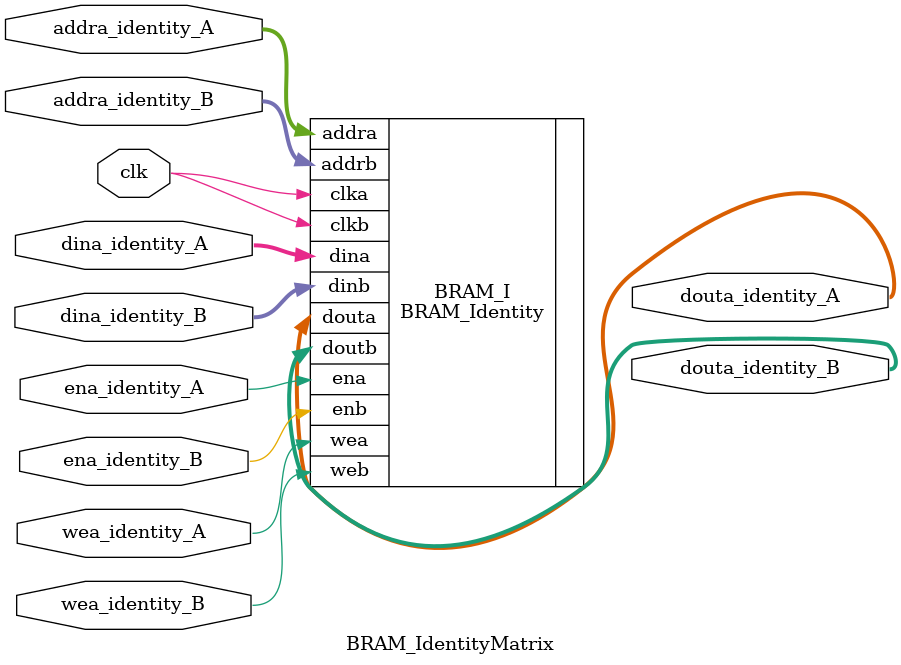
<source format=sv>
`timescale 1ns / 1ps

/*
    Project Name: PCA_Accelerator
    Target Devices: Xilinx Basys3 FPGA - cpg236
    Tool Versions: Vivado 2024.1

    Description:
    This configuration is intended for implementing the PCA_Accelerator project
    on the Xilinx Basys3 FPGA platform. It specifies the target device and the
    compatible tool version for synthesis and implementation.
*/

/*

------------------------------------ INBUILT VIVADO IP------------------------------------ 

This is a design implemented using Vivado's inbuilt IP Catalog. It is configured to the below parameters
1) Interface Type - Native
2) Memory Type - Single Port RAM
3) ECC Type - No ECC
4) Generate Memory Address of 32 bits - No
5) Port A Write Width - 32 bits
6) Port A Read Width - 32 bits
7) Port A Write Depth - 4 bits
8) Port A Read Depth - 4 bits
9) Port B Write Width - 32 bits
10) Port B Read Width - 32 bits
11) Port B Write Depth - 4 bits
12) Port B Read Depth - 4 bits
13) Init COE file loaded - Initialisation of memory at ip.coe
14) Vivado's expected latency = 2 clock cycles

--------------------------------------------------------------------------------------------

*/


module BRAM_IdentityMatrix(
    input logic clk,
    input logic ena_identity_A,
    input logic wea_identity_A,
    input logic [1 : 0] addra_identity_A,
    input logic [31 : 0] dina_identity_A,
    output logic [31 : 0] douta_identity_A,
    input logic ena_identity_B,
    input logic wea_identity_B,
    input logic [1 : 0] addra_identity_B,
    input logic [31 : 0] dina_identity_B,
    output logic [31 : 0] douta_identity_B
    );
    
    BRAM_Identity BRAM_I (
      .clka(clk),    // input wire clka
      .ena(ena_identity_A),      // input wire ena
      .wea(wea_identity_A),      // input wire [0 : 0] wea
      .addra(addra_identity_A),  // input wire [1 : 0] addra
      .dina(dina_identity_A),    // input wire [31 : 0] dina
      .douta(douta_identity_A),  // output wire [31 : 0] douta
      .clkb(clk),    // input wire clkb
      .enb(ena_identity_B),      // input wire enb
      .web(wea_identity_B),      // input wire [0 : 0] web
      .addrb(addra_identity_B),  // input wire [1 : 0] addrb
      .dinb(dina_identity_B),    // input wire [31 : 0] dinb
      .doutb(douta_identity_B)  // output wire [31 : 0] doutb
    );
endmodule

</source>
